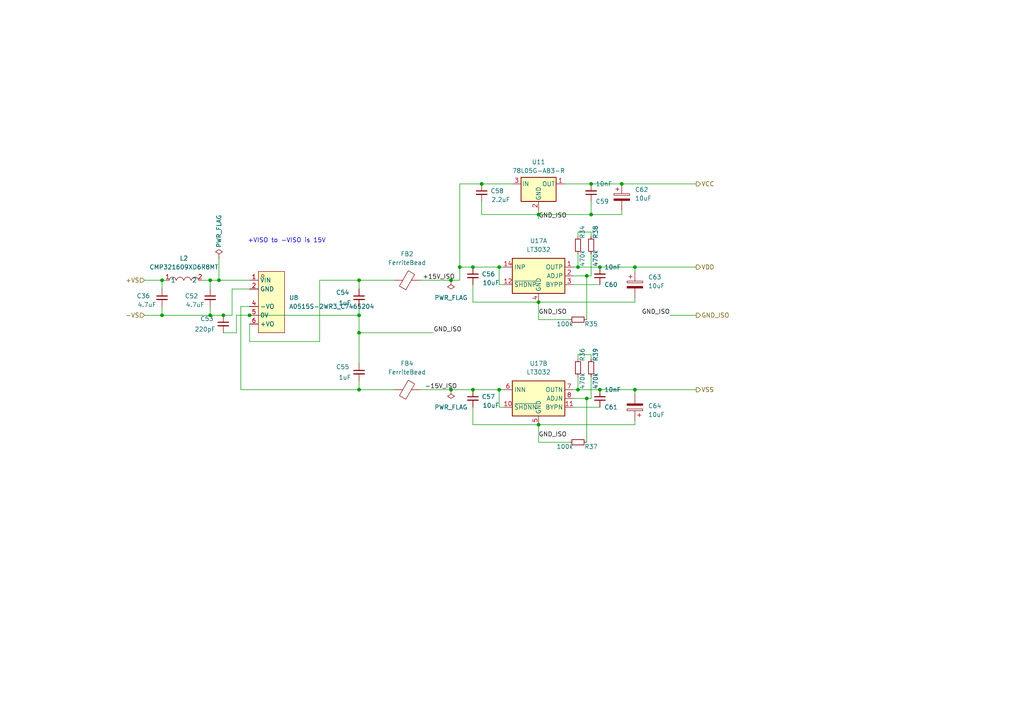
<source format=kicad_sch>
(kicad_sch (version 20250114) (generator "eeschema") (generator_version "9.0")
  (paper "A4")
  (lib_symbols
    (symbol "Device:C_Polarized" (pin_numbers (hide yes)) (pin_names (offset 0.254))
      (property "Reference" "C" (at 0.635 2.54 0))
      (property "Value" "C_Polarized" (at 0.635 -2.54 0))
      (symbol "C_Polarized_0_1"
        (rectangle (start -2.286 0.508) (end 2.286 1.016))
        (polyline (pts (xy -1.778 2.286) (xy -0.762 2.286)))
        (polyline (pts (xy -1.27 2.794) (xy -1.27 1.778)))
        (rectangle (start 2.286 -0.508) (end -2.286 -1.016) (fill (type outline)))
      )
      (symbol "C_Polarized_1_1"
        (pin passive line (at 0 3.81 270) (length 2.794) (name "~") (number "1"))
        (pin passive line (at 0 -3.81 90) (length 2.794) (name "~") (number "2"))
      )
    )
    (symbol "Device:C_Small" (pin_numbers (hide yes)) (pin_names (offset 0.254) (hide yes))
      (property "Reference" "C" (at 0.254 1.778 0))
      (property "Value" "C_Small" (at 0.254 -2.032 0))
      (symbol "C_Small_0_1"
        (polyline (pts (xy -1.524 0.508) (xy 1.524 0.508)) (stroke (width 0.3048)))
        (polyline (pts (xy -1.524 -0.508) (xy 1.524 -0.508)) (stroke (width 0.3302)))
      )
      (symbol "C_Small_1_1"
        (pin passive line (at 0 2.54 270) (length 2.032) (name "~") (number "1"))
        (pin passive line (at 0 -2.54 90) (length 2.032) (name "~") (number "2"))
      )
    )
    (symbol "Device:FerriteBead" (pin_numbers (hide yes)) (pin_names (offset 0))
      (property "Reference" "FB" (at -3.81 0.635 90))
      (property "Value" "FerriteBead" (at 3.81 0 90))
      (symbol "FerriteBead_0_1"
        (polyline (pts (xy -2.7686 0.4064) (xy -1.7018 2.2606) (xy 2.7686 -0.3048) (xy 1.6764 -2.159) (xy -2.7686 0.4064)))
        (polyline (pts (xy 0 1.27) (xy 0 1.2954)))
        (polyline (pts (xy 0 -1.27) (xy 0 -1.2192)))
      )
      (symbol "FerriteBead_1_1"
        (pin passive line (at 0 3.81 270) (length 2.54) (name "~") (number "1"))
        (pin passive line (at 0 -3.81 90) (length 2.54) (name "~") (number "2"))
      )
    )
    (symbol "Device:R_Small" (pin_numbers (hide yes)) (pin_names (offset 0.254) (hide yes))
      (property "Reference" "R" (at 0.762 0.508 0))
      (property "Value" "R_Small" (at 0.762 -1.016 0))
      (symbol "R_Small_0_1"
        (rectangle (start -0.762 1.778) (end 0.762 -1.778) (stroke (width 0.2032)))
      )
      (symbol "R_Small_1_1"
        (pin passive line (at 0 2.54 270) (length 0.762) (name "~") (number "1"))
        (pin passive line (at 0 -2.54 90) (length 0.762) (name "~") (number "2"))
      )
    )
    (symbol "Regulator_Linear:LT3032"
      (property "Reference" "U" (at -6.35 6.35 0))
      (property "Value" "LT3032" (at 1.27 6.35 0))
      (symbol "LT3032_0_1"
        (rectangle (start -7.62 5.08) (end 7.62 -5.08) (stroke (width 0.254)) (fill (type background)))
      )
      (symbol "LT3032_1_1"
        (pin power_in line (at -10.16 2.54 0) (length 2.54) (name "INP") (number "14"))
        (pin input line (at -10.16 -2.54 0) (length 2.54) (name "~{SHDNP}") (number "12"))
        (pin power_in line (at 0 -7.62 90) (length 2.54) (name "GND") (number "4"))
        (pin no_connect line (at 7.62 -5.08 180) (length 2.54) (hide yes) (name "NC") (number "13"))
        (pin power_out line (at 10.16 2.54 180) (length 2.54) (name "OUTP") (number "1"))
        (pin input line (at 10.16 0 180) (length 2.54) (name "ADJP") (number "2"))
        (pin passive line (at 10.16 -2.54 180) (length 2.54) (name "BYPP") (number "3"))
      )
      (symbol "LT3032_2_1"
        (pin power_in line (at -10.16 2.54 0) (length 2.54) (name "INN") (number "6"))
        (pin passive line (at -10.16 2.54 0) (length 2.54) (hide yes) (name "INN") (number "9"))
        (pin input line (at -10.16 -2.54 0) (length 2.54) (name "~{SHDNN}") (number "10"))
        (pin power_in line (at 0 -7.62 90) (length 2.54) (name "GND") (number "5"))
        (pin power_out line (at 10.16 2.54 180) (length 2.54) (name "OUTN") (number "7"))
        (pin input line (at 10.16 0 180) (length 2.54) (name "ADJN") (number "8"))
        (pin passive line (at 10.16 -2.54 180) (length 2.54) (name "BYPN") (number "11"))
      )
    )
    (symbol "Regulator_Linear:MC78L05_SOT89" (pin_names (offset 0.254))
      (property "Reference" "U" (at -3.81 3.175 0))
      (property "Value" "MC78L05_SOT89" (at -0.635 3.175 0))
      (symbol "MC78L05_SOT89_0_1"
        (rectangle (start -5.08 1.905) (end 5.08 -5.08) (stroke (width 0.254)) (fill (type background)))
      )
      (symbol "MC78L05_SOT89_1_1"
        (pin power_in line (at -7.62 0 0) (length 2.54) (name "IN") (number "3"))
        (pin power_in line (at 0 -7.62 90) (length 2.54) (name "GND") (number "2"))
        (pin power_out line (at 7.62 0 180) (length 2.54) (name "OUT") (number "1"))
      )
    )
    (symbol "lcsc:A0515S-2WR3_C7465204"
      (property "Reference" "U" (at 0 12.7 0))
      (property "Value" "A0515S-2WR3_C7465204" (at 0 -10.16 0))
      (symbol "A0515S-2WR3_C7465204_0_1"
        (rectangle (start -2.54 10.16) (end 5.08 -7.62) (fill (type background)))
        (circle (center -1.27 8.89) (radius 0.38))
        (pin unspecified line (at -5.08 7.62 0) (length 2.54) (name "VIN") (number "1"))
        (pin unspecified line (at -5.08 5.08 0) (length 2.54) (name "GND") (number "2"))
        (pin unspecified line (at -5.08 0 0) (length 2.54) (name "-VO") (number "4"))
        (pin unspecified line (at -5.08 -2.54 0) (length 2.54) (name "0V") (number "5"))
        (pin unspecified line (at -5.08 -5.08 0) (length 2.54) (name "+VO") (number "6"))
      )
    )
    (symbol "lcsc:SWPA4030S6R8MT"
      (property "Reference" "L" (at 0 5.08 0))
      (property "Value" "SWPA4030S6R8MT" (at 0 -5.08 0))
      (symbol "SWPA4030S6R8MT_0_1"
        (arc (start -4.29 -0.02) (mid -3.28 0.897) (end -2.27 -0.02))
        (arc (start -2.13 -0.02) (mid -1.12 0.897) (end -0.11 -0.02))
        (arc (start 0.02 -0.02) (mid 1.03 0.897) (end 2.04 -0.02))
        (arc (start 2.21 -0.02) (mid 3.22 0.9048) (end 4.23 -0.02))
        (pin unspecified line (at -5.08 0 0) (length 0.762) (name "1") (number "1"))
        (pin unspecified line (at 5.08 0 180) (length 0.762) (name "2") (number "2"))
      )
    )
    (symbol "power:PWR_FLAG" (power) (pin_numbers (hide yes)) (pin_names (offset 0) (hide yes))
      (property "Value" "PWR_FLAG" (at 0 3.81 0))
      (symbol "PWR_FLAG_0_0"
        (pin power_out line (at 0 0 90) (length 0) (name "~") (number "1"))
      )
      (symbol "PWR_FLAG_0_1"
        (polyline (pts (xy 0 0) (xy 0 1.27) (xy -1.016 1.905) (xy 0 2.54) (xy 1.016 1.905) (xy 0 1.27)))
      )
    )
  )
  (text "+VISO to -VISO is 15V\n" (at 83.185 69.85 0) (effects (font (size 1.27 1.27))))
  (junction (at 130.81 113.03))
  (junction (at 72.39 91.44))
  (junction (at 63.5 81.28))
  (junction (at 167.64 113.03))
  (junction (at 104.14 81.28))
  (junction (at 156.21 123.19))
  (junction (at 64.77 91.44))
  (junction (at 173.99 77.47))
  (junction (at 130.81 81.28))
  (junction (at 46.99 81.28))
  (junction (at 144.78 77.47))
  (junction (at 104.14 91.44))
  (junction (at 139.7 53.34))
  (junction (at 133.35 77.47))
  (junction (at 156.21 87.63))
  (junction (at 104.14 96.52))
  (junction (at 184.15 77.47))
  (junction (at 60.96 81.28))
  (junction (at 167.64 77.47))
  (junction (at 184.15 113.03))
  (junction (at 171.45 53.34))
  (junction (at 170.18 115.57))
  (junction (at 46.99 91.44))
  (junction (at 156.21 62.23))
  (junction (at 170.18 80.01))
  (junction (at 171.45 62.23))
  (junction (at 60.96 91.44))
  (junction (at 104.14 113.03))
  (junction (at 144.78 113.03))
  (junction (at 173.99 113.03))
  (junction (at 137.16 113.03))
  (junction (at 180.34 53.34))
  (junction (at 137.16 77.47))
  (wire (pts (xy 133.35 81.28) (xy 133.35 77.47)))
  (wire (pts (xy 104.14 96.52) (xy 104.14 105.41)))
  (wire (pts (xy 104.14 83.82) (xy 104.14 81.28)))
  (wire (pts (xy 184.15 77.47) (xy 201.93 77.47)))
  (wire (pts (xy 104.14 113.03) (xy 104.14 110.49)))
  (wire (pts (xy 156.21 60.96) (xy 156.21 62.23)))
  (wire (pts (xy 166.37 77.47) (xy 167.64 77.47)))
  (wire (pts (xy 137.16 113.03) (xy 144.78 113.03)))
  (wire (pts (xy 60.96 88.9) (xy 60.96 91.44)))
  (wire (pts (xy 139.7 58.42) (xy 139.7 62.23)))
  (wire (pts (xy 60.96 81.28) (xy 63.5 81.28)))
  (wire (pts (xy 171.45 109.22) (xy 171.45 115.57)))
  (wire (pts (xy 68.58 91.44) (xy 68.58 96.52)))
  (wire (pts (xy 194.31 91.44) (xy 201.93 91.44)))
  (wire (pts (xy 180.34 53.34) (xy 201.93 53.34)))
  (wire (pts (xy 139.7 62.23) (xy 156.21 62.23)))
  (wire (pts (xy 170.18 92.71) (xy 170.18 80.01)))
  (wire (pts (xy 173.99 77.47) (xy 184.15 77.47)))
  (wire (pts (xy 156.21 62.23) (xy 156.21 63.5)))
  (wire (pts (xy 171.45 115.57) (xy 170.18 115.57)))
  (wire (pts (xy 156.21 87.63) (xy 184.15 87.63)))
  (wire (pts (xy 121.92 113.03) (xy 130.81 113.03)))
  (wire (pts (xy 72.39 88.9) (xy 69.85 88.9)))
  (wire (pts (xy 146.05 118.11) (xy 144.78 118.11)))
  (wire (pts (xy 63.5 81.28) (xy 72.39 81.28)))
  (wire (pts (xy 67.31 83.82) (xy 72.39 83.82)))
  (wire (pts (xy 67.31 91.44) (xy 67.31 83.82)))
  (wire (pts (xy 72.39 93.98) (xy 72.39 99.06)))
  (wire (pts (xy 166.37 82.55) (xy 173.99 82.55)))
  (wire (pts (xy 137.16 87.63) (xy 156.21 87.63)))
  (wire (pts (xy 46.99 81.28) (xy 48.26 81.28)))
  (wire (pts (xy 171.45 62.23) (xy 180.34 62.23)))
  (wire (pts (xy 139.7 53.34) (xy 133.35 53.34)))
  (wire (pts (xy 130.81 81.28) (xy 133.35 81.28)))
  (wire (pts (xy 72.39 91.44) (xy 104.14 91.44)))
  (wire (pts (xy 137.16 82.55) (xy 137.16 87.63)))
  (wire (pts (xy 171.45 53.34) (xy 180.34 53.34)))
  (wire (pts (xy 163.83 53.34) (xy 171.45 53.34)))
  (wire (pts (xy 64.77 91.44) (xy 67.31 91.44)))
  (wire (pts (xy 146.05 82.55) (xy 144.78 82.55)))
  (wire (pts (xy 167.64 104.14) (xy 167.64 102.87)))
  (wire (pts (xy 133.35 77.47) (xy 137.16 77.47)))
  (wire (pts (xy 167.64 113.03) (xy 173.99 113.03)))
  (wire (pts (xy 171.45 80.01) (xy 170.18 80.01)))
  (wire (pts (xy 144.78 82.55) (xy 144.78 77.47)))
  (wire (pts (xy 167.64 109.22) (xy 167.64 113.03)))
  (wire (pts (xy 184.15 113.03) (xy 184.15 114.3)))
  (wire (pts (xy 184.15 86.36) (xy 184.15 87.63)))
  (wire (pts (xy 173.99 113.03) (xy 184.15 113.03)))
  (wire (pts (xy 104.14 96.52) (xy 125.73 96.52)))
  (wire (pts (xy 166.37 113.03) (xy 167.64 113.03)))
  (wire (pts (xy 63.5 74.93) (xy 63.5 81.28)))
  (wire (pts (xy 144.78 118.11) (xy 144.78 113.03)))
  (wire (pts (xy 41.91 81.28) (xy 46.99 81.28)))
  (wire (pts (xy 104.14 81.28) (xy 114.3 81.28)))
  (wire (pts (xy 41.91 91.44) (xy 46.99 91.44)))
  (wire (pts (xy 104.14 113.03) (xy 114.3 113.03)))
  (wire (pts (xy 171.45 73.66) (xy 171.45 80.01)))
  (wire (pts (xy 92.71 99.06) (xy 92.71 81.28)))
  (wire (pts (xy 184.15 77.47) (xy 184.15 78.74)))
  (wire (pts (xy 167.64 77.47) (xy 173.99 77.47)))
  (wire (pts (xy 137.16 77.47) (xy 144.78 77.47)))
  (wire (pts (xy 144.78 77.47) (xy 146.05 77.47)))
  (wire (pts (xy 121.92 81.28) (xy 130.81 81.28)))
  (wire (pts (xy 167.64 73.66) (xy 167.64 77.47)))
  (wire (pts (xy 130.81 113.03) (xy 137.16 113.03)))
  (wire (pts (xy 104.14 91.44) (xy 104.14 88.9)))
  (wire (pts (xy 68.58 96.52) (xy 64.77 96.52)))
  (wire (pts (xy 46.99 91.44) (xy 46.99 88.9)))
  (wire (pts (xy 167.64 67.31) (xy 171.45 67.31)))
  (wire (pts (xy 137.16 118.11) (xy 137.16 123.19)))
  (wire (pts (xy 184.15 113.03) (xy 201.93 113.03)))
  (wire (pts (xy 46.99 91.44) (xy 60.96 91.44)))
  (wire (pts (xy 156.21 123.19) (xy 184.15 123.19)))
  (wire (pts (xy 72.39 99.06) (xy 92.71 99.06)))
  (wire (pts (xy 166.37 118.11) (xy 173.99 118.11)))
  (wire (pts (xy 137.16 123.19) (xy 156.21 123.19)))
  (wire (pts (xy 46.99 83.82) (xy 46.99 81.28)))
  (wire (pts (xy 166.37 80.01) (xy 170.18 80.01)))
  (wire (pts (xy 72.39 91.44) (xy 68.58 91.44)))
  (wire (pts (xy 69.85 88.9) (xy 69.85 113.03)))
  (wire (pts (xy 156.21 87.63) (xy 156.21 92.71)))
  (wire (pts (xy 60.96 81.28) (xy 60.96 83.82)))
  (wire (pts (xy 156.21 123.19) (xy 156.21 128.27)))
  (wire (pts (xy 171.45 58.42) (xy 171.45 62.23)))
  (wire (pts (xy 133.35 53.34) (xy 133.35 77.47)))
  (wire (pts (xy 171.45 102.87) (xy 171.45 104.14)))
  (wire (pts (xy 170.18 128.27) (xy 170.18 115.57)))
  (wire (pts (xy 165.1 128.27) (xy 156.21 128.27)))
  (wire (pts (xy 166.37 115.57) (xy 170.18 115.57)))
  (wire (pts (xy 60.96 91.44) (xy 64.77 91.44)))
  (wire (pts (xy 156.21 62.23) (xy 171.45 62.23)))
  (wire (pts (xy 171.45 67.31) (xy 171.45 68.58)))
  (wire (pts (xy 167.64 102.87) (xy 171.45 102.87)))
  (wire (pts (xy 104.14 91.44) (xy 104.14 96.52)))
  (wire (pts (xy 92.71 81.28) (xy 104.14 81.28)))
  (wire (pts (xy 69.85 113.03) (xy 104.14 113.03)))
  (wire (pts (xy 165.1 92.71) (xy 156.21 92.71)))
  (wire (pts (xy 180.34 62.23) (xy 180.34 60.96)))
  (wire (pts (xy 184.15 121.92) (xy 184.15 123.19)))
  (wire (pts (xy 167.64 68.58) (xy 167.64 67.31)))
  (wire (pts (xy 139.7 53.34) (xy 148.59 53.34)))
  (wire (pts (xy 144.78 113.03) (xy 146.05 113.03)))
  (wire (pts (xy 58.42 81.28) (xy 60.96 81.28)))
  (label "-15V_ISO" (at 123.19 113.03 0))
  (label "GND_ISO" (at 156.21 127 0))
  (label "GND_ISO" (at 125.73 96.52 0))
  (label "GND_ISO" (at 156.21 91.44 0))
  (label "GND_ISO" (at 194.31 91.44 180))
  (label "GND_ISO" (at 156.21 63.5 0))
  (label "+15V_ISO" (at 122.555 81.28 0))
  (hierarchical_label "VSS" (shape output) (at 201.93 113.03 0))
  (hierarchical_label "-VS" (shape input) (at 41.91 91.44 180))
  (hierarchical_label "VCC" (shape output) (at 201.93 53.34 0))
  (hierarchical_label "VDD" (shape output) (at 201.93 77.47 0))
  (hierarchical_label "+VS" (shape input) (at 41.91 81.28 180))
  (hierarchical_label "GND_ISO" (shape output) (at 201.93 91.44 0))
  (symbol (lib_id "lcsc:A0515S-2WR3_C7465204") (at 77.47 88.9 0) (unit 1)
    (property "Reference" "U5" (at 83.82 86.3599 0) (effects (justify left)))
    (property "Value" "A0515S-2WR3_C7465204" (at 83.82 88.8999 0) (effects (justify left)))
    (property "Footprint" "lcsc:PWRM-TH_AXXXXS-2WR3" (effects (hide yes)))
    (property "LCSC Part" "C7465204" (effects (hide yes)))
    (instances (project "Brick03-VoltageSource02" (path "" (reference "U8") (unit 1)) (path "" (reference "U25") (unit 1)) (path "" (reference "U5") (unit 1)) (path "" (reference "U35") (unit 1))))
  )
  (symbol (lib_id "Device:R_Small") (at 167.64 106.68 0) (unit 1)
    (property "Reference" "R21" (at 168.91 102.87 90))
    (property "Value" "470k" (at 168.91 110.49 90))
    (property "Footprint" "Resistor_SMD:R_0402_1005Metric" (effects (hide yes)))
    (property "Description" "Resistor, small symbol" (effects (hide yes)))
    (property "LCSC" "C25790" (effects (hide yes)))
    (instances (project "Brick03-VoltageSource02" (path "" (reference "R36") (unit 1)) (path "" (reference "R51") (unit 1)) (path "" (reference "R21") (unit 1)) (path "" (reference "R66") (unit 1))))
  )
  (symbol (lib_id "Device:C_Polarized") (at 184.15 82.55 0) (unit 1)
    (property "Reference" "C44" (at 187.96 80.3909 0) (effects (justify left)))
    (property "Value" "10uF" (at 187.96 82.9309 0) (effects (justify left)))
    (property "Footprint" "Capacitor_Tantalum_SMD:CP_EIA-3216-18_Kemet-A" (effects (hide yes)))
    (property "Description" "TAJA106K016RNJ 10uF 16V 3Ω@100kHz ±10% CASE-A-3216-18(mm) Tantalum Capacitors ROHS" (effects (hide yes)))
    (property "LCSC" "C7171" (effects (hide yes)))
    (instances (project "Brick03-VoltageSource02" (path "" (reference "C63") (unit 1)) (path "" (reference "C92") (unit 1)) (path "" (reference "C44") (unit 1)) (path "" (reference "C121") (unit 1))))
  )
  (symbol (lib_id "Device:R_Small") (at 167.64 128.27 270) (unit 1)
    (property "Reference" "R22" (at 171.45 129.54 90))
    (property "Value" "100k" (at 163.83 129.54 90))
    (property "Footprint" "Resistor_SMD:R_0402_1005Metric" (effects (hide yes)))
    (property "Description" "Resistor, small symbol" (effects (hide yes)))
    (property "LCSC" "C25741" (effects (hide yes)))
    (instances (project "Brick03-VoltageSource02" (path "" (reference "R37") (unit 1)) (path "" (reference "R52") (unit 1)) (path "" (reference "R22") (unit 1)) (path "" (reference "R67") (unit 1))))
  )
  (symbol (lib_id "Device:C_Small") (at 64.77 93.98 0) (mirror y) (unit 1)
    (property "Reference" "C24" (at 61.976 92.456 0) (effects (justify left)))
    (property "Value" "220pF" (at 62.484 95.504 0) (effects (justify left)))
    (property "Footprint" "Capacitor_SMD:C_1206_3216Metric" (effects (hide yes)))
    (property "Description" "2kV 220pF X7R ±10% 1206  Multilayer Ceramic Capacitors MLCC - SMD/SMT ROHS" (effects (hide yes)))
    (property "LCSC" "C63848" (effects (hide yes)))
    (instances (project "Brick03-VoltageSource02" (path "" (reference "C53") (unit 1)) (path "" (reference "C82") (unit 1)) (path "" (reference "C24") (unit 1)) (path "" (reference "C111") (unit 1))))
  )
  (symbol (lib_id "lcsc:SWPA4030S6R8MT") (at 53.34 81.28 0) (unit 1)
    (property "Reference" "L1" (at 53.34 74.93 0))
    (property "Value" "CMP321609XD6R8MT" (at 53.34 77.47 0))
    (property "Footprint" "Inductor_SMD:L_1206_3216Metric" (effects (hide yes)))
    (property "Datasheet" "https://jlcpcb.com/partdetail/375447-CMP321609XD6R8MT/C395031" (effects (hide yes)))
    (property "Description" "500mA 6.8uH ±20% 450mΩ 1206 Inductors (SMD) ROHS" (effects (hide yes)))
    (property "LCSC Part" "C395031" (effects (hide yes)))
    (instances (project "Brick03-VoltageSource02" (path "" (reference "L2") (unit 1)) (path "" (reference "L3") (unit 1)) (path "" (reference "L1") (unit 1)) (path "" (reference "L4") (unit 1))))
  )
  (symbol (lib_id "Device:FerriteBead") (at 118.11 81.28 90) (unit 1)
    (property "Reference" "FB1" (at 118.0592 73.66 90))
    (property "Value" "FerriteBead" (at 118.0592 76.2 90))
    (property "Footprint" "Inductor_SMD:L_0805_2012Metric" (effects (hide yes)))
    (property "Description" "Ferrite bead GZ2012D601TF 300mΩ ±25% 600Ω@100MHz 0805 Ferrite Beads ROHS" (effects (hide yes)))
    (property "LCSC" "C1017" (effects (hide yes)))
    (instances (project "Brick03-VoltageSource02" (path "" (reference "FB2") (unit 1)) (path "" (reference "FB5") (unit 1)) (path "" (reference "FB1") (unit 1)) (path "" (reference "FB7") (unit 1))))
  )
  (symbol (lib_id "Device:C_Small") (at 171.45 55.88 0) (mirror x) (unit 1)
    (property "Reference" "C37" (at 172.72 58.4201 0) (effects (justify left)))
    (property "Value" "10nF" (at 172.72 53.3401 0) (effects (justify left)))
    (property "Footprint" "Capacitor_SMD:C_0402_1005Metric" (effects (hide yes)))
    (property "Description" "Unpolarized capacitor, small symbol" (effects (hide yes)))
    (property "LCSC" "C1518210" (effects (hide yes)))
    (instances (project "Brick03-VoltageSource02" (path "" (reference "C59") (unit 1)) (path "" (reference "C88") (unit 1)) (path "" (reference "C37") (unit 1)) (path "" (reference "C117") (unit 1))))
  )
  (symbol (lib_id "Device:R_Small") (at 167.64 92.71 270) (unit 1)
    (property "Reference" "R17" (at 171.45 93.98 90))
    (property "Value" "100k" (at 163.83 93.98 90))
    (property "Footprint" "Resistor_SMD:R_0402_1005Metric" (effects (hide yes)))
    (property "Description" "Resistor, small symbol" (effects (hide yes)))
    (property "LCSC" "C25741" (effects (hide yes)))
    (instances (project "Brick03-VoltageSource02" (path "" (reference "R35") (unit 1)) (path "" (reference "R50") (unit 1)) (path "" (reference "R17") (unit 1)) (path "" (reference "R65") (unit 1))))
  )
  (symbol (lib_id "Device:C_Small") (at 104.14 86.36 0) (mirror y) (unit 1)
    (property "Reference" "C23" (at 101.346 84.836 0) (effects (justify left)))
    (property "Value" "1uF" (at 101.854 87.884 0) (effects (justify left)))
    (property "Footprint" "Capacitor_SMD:C_0402_1005Metric" (effects (hide yes)))
    (property "Description" "Unpolarized capacitor, small symbol" (effects (hide yes)))
    (property "LCSC" "C52923" (effects (hide yes)))
    (instances (project "Brick03-VoltageSource02" (path "" (reference "C54") (unit 1)) (path "" (reference "C83") (unit 1)) (path "" (reference "C23") (unit 1)) (path "" (reference "C112") (unit 1))))
  )
  (symbol (lib_id "Device:C_Small") (at 46.99 86.36 0) (unit 1)
    (property "Reference" "C21" (at 39.624 85.852 0) (effects (justify left)))
    (property "Value" "4.7uF" (at 39.878 88.392 0) (effects (justify left)))
    (property "Footprint" "Capacitor_SMD:C_0805_2012Metric" (effects (hide yes)))
    (property "Description" "Unpolarized capacitor, small symbol" (effects (hide yes)))
    (property "LCSC" "C1779" (effects (hide yes)))
    (instances (project "Brick03-VoltageSource02" (path "" (reference "C36") (unit 1)) (path "" (reference "C80") (unit 1)) (path "" (reference "C21") (unit 1)) (path "" (reference "C109") (unit 1))))
  )
  (symbol (lib_id "Device:C_Small") (at 173.99 115.57 0) (mirror x) (unit 1)
    (property "Reference" "C29" (at 175.26 118.1101 0) (effects (justify left)))
    (property "Value" "10nF" (at 175.26 113.0301 0) (effects (justify left)))
    (property "Footprint" "Capacitor_SMD:C_0402_1005Metric" (effects (hide yes)))
    (property "Description" "Unpolarized capacitor, small symbol" (effects (hide yes)))
    (property "LCSC" "C1518210" (effects (hide yes)))
    (instances (project "Brick03-VoltageSource02" (path "" (reference "C61") (unit 1)) (path "" (reference "C90") (unit 1)) (path "" (reference "C29") (unit 1)) (path "" (reference "C119") (unit 1))))
  )
  (symbol (lib_id "Device:C_Polarized") (at 184.15 118.11 180) (unit 1)
    (property "Reference" "C43" (at 187.96 117.7289 0) (effects (justify right)))
    (property "Value" "10uF" (at 187.96 120.2689 0) (effects (justify right)))
    (property "Footprint" "Capacitor_Tantalum_SMD:CP_EIA-3216-18_Kemet-A" (effects (hide yes)))
    (property "Description" "TAJA106K016RNJ 10uF 16V 3Ω@100kHz ±10% CASE-A-3216-18(mm) Tantalum Capacitors ROHS" (effects (hide yes)))
    (property "LCSC" "C7171" (effects (hide yes)))
    (instances (project "Brick03-VoltageSource02" (path "" (reference "C64") (unit 1)) (path "" (reference "C93") (unit 1)) (path "" (reference "C43") (unit 1)) (path "" (reference "C122") (unit 1))))
  )
  (symbol (lib_id "Device:C_Small") (at 139.7 55.88 0) (unit 1)
    (property "Reference" "C48" (at 142.24 55.372 0) (effects (justify left)))
    (property "Value" "2.2uF" (at 142.494 57.912 0) (effects (justify left)))
    (property "Footprint" "Capacitor_SMD:C_0805_2012Metric" (effects (hide yes)))
    (property "Description" "Unpolarized capacitor, small symbol" (effects (hide yes)))
    (property "LCSC" "C377773" (effects (hide yes)))
    (instances (project "Brick03-VoltageSource02" (path "" (reference "C58") (unit 1)) (path "" (reference "C87") (unit 1)) (path "" (reference "C48") (unit 1)) (path "" (reference "C116") (unit 1))))
  )
  (symbol (lib_id "Device:C_Small") (at 137.16 80.01 0) (unit 1)
    (property "Reference" "C42" (at 139.7 79.502 0) (effects (justify left)))
    (property "Value" "10uF" (at 139.954 82.042 0) (effects (justify left)))
    (property "Footprint" "Capacitor_SMD:C_0805_2012Metric" (effects (hide yes)))
    (property "Description" "Unpolarized capacitor, small symbol" (effects (hide yes)))
    (property "LCSC" "C440198" (effects (hide yes)))
    (instances (project "Brick03-VoltageSource02" (path "" (reference "C56") (unit 1)) (path "" (reference "C85") (unit 1)) (path "" (reference "C42") (unit 1)) (path "" (reference "C114") (unit 1))))
  )
  (symbol (lib_id "Device:R_Small") (at 167.64 71.12 0) (unit 1)
    (property "Reference" "R18" (at 168.91 67.31 90))
    (property "Value" "470k" (at 168.91 74.93 90))
    (property "Footprint" "Resistor_SMD:R_0402_1005Metric" (effects (hide yes)))
    (property "Description" "Resistor, small symbol" (effects (hide yes)))
    (property "LCSC" "C25790" (effects (hide yes)))
    (instances (project "Brick03-VoltageSource02" (path "" (reference "R34") (unit 1)) (path "" (reference "R49") (unit 1)) (path "" (reference "R18") (unit 1)) (path "" (reference "R64") (unit 1))))
  )
  (symbol (lib_id "Device:C_Small") (at 104.14 107.95 0) (mirror y) (unit 1)
    (property "Reference" "C25" (at 101.346 106.426 0) (effects (justify left)))
    (property "Value" "1uF" (at 101.854 109.474 0) (effects (justify left)))
    (property "Footprint" "Capacitor_SMD:C_0402_1005Metric" (effects (hide yes)))
    (property "Description" "Unpolarized capacitor, small symbol" (effects (hide yes)))
    (property "LCSC" "C52923" (effects (hide yes)))
    (instances (project "Brick03-VoltageSource02" (path "" (reference "C55") (unit 1)) (path "" (reference "C84") (unit 1)) (path "" (reference "C25") (unit 1)) (path "" (reference "C113") (unit 1))))
  )
  (symbol (lib_id "Regulator_Linear:MC78L05_SOT89") (at 156.21 53.34 0) (unit 1)
    (property "Reference" "U9" (at 156.21 46.99 0))
    (property "Value" "78L05G-AB3-R" (at 156.21 49.53 0))
    (property "Footprint" "Package_TO_SOT_SMD:SOT-89-3" (effects (hide yes)))
    (property "Datasheet" "https://www.onsemi.com/pub/Collateral/MC78L00A-D.PDF" (effects (hide yes)))
    (property "Description" "Positive 100mA 30V Linear Regulator, Fixed Output 5V, SOT-89" (effects (hide yes)))
    (property "LCSC" "C71136" (effects (hide yes)))
    (instances (project "Brick03-VoltageSource02" (path "" (reference "U11") (unit 1)) (path "" (reference "U26") (unit 1)) (path "" (reference "U9") (unit 1)) (path "" (reference "U36") (unit 1))))
  )
  (symbol (lib_id "Device:C_Small") (at 137.16 115.57 0) (unit 1)
    (property "Reference" "C35" (at 139.7 115.062 0) (effects (justify left)))
    (property "Value" "10uF" (at 139.954 117.602 0) (effects (justify left)))
    (property "Footprint" "Capacitor_SMD:C_0805_2012Metric" (effects (hide yes)))
    (property "Description" "Unpolarized capacitor, small symbol" (effects (hide yes)))
    (property "LCSC" "C440198" (effects (hide yes)))
    (instances (project "Brick03-VoltageSource02" (path "" (reference "C57") (unit 1)) (path "" (reference "C86") (unit 1)) (path "" (reference "C35") (unit 1)) (path "" (reference "C115") (unit 1))))
  )
  (symbol (lib_id "power:PWR_FLAG") (at 130.81 81.28 180) (unit 1)
    (property "Reference" "#FLG024" (effects (hide yes)))
    (property "Value" "PWR_FLAG" (at 130.81 86.36 0))
    (property "Description" "Special symbol for telling ERC where power comes from" (effects (hide yes)))
    (instances (project "" (path "" (reference "#FLG025") (unit 1)) (path "" (reference "#FLG026") (unit 1)) (path "" (reference "#FLG024") (unit 1)) (path "" (reference "#FLG027") (unit 1))))
  )
  (symbol (lib_id "Regulator_Linear:LT3032") (at 156.21 115.57 0) (unit 2)
    (property "Reference" "U6" (at 156.21 105.41 0))
    (property "Value" "LT3032" (at 156.21 107.95 0))
    (property "Footprint" "Package_DFN_QFN:Linear_DE14MA" (effects (hide yes)))
    (property "Datasheet" "https://www.analog.com/media/en/technical-documentation/data-sheets/3032ff.pdf" (effects (hide yes)))
    (property "Description" "150mA, Dual Low Dropout Linear Regulator, Positive/Negative Low Noise, Adjustable Output, DFN-14" (effects (hide yes)))
    (property "LCSC" "C666532" (effects (hide yes)))
    (instances (project "Brick03-VoltageSource02" (path "" (reference "U17") (unit 2)) (path "" (reference "U27") (unit 2)) (path "" (reference "U6") (unit 2)) (path "" (reference "U37") (unit 2))))
  )
  (symbol (lib_id "power:PWR_FLAG") (at 63.5 74.93 0) (unit 1)
    (property "Reference" "#FLG023" (effects (hide yes)))
    (property "Value" "PWR_FLAG" (at 63.5 71.882 90) (effects (justify left)))
    (property "Description" "Special symbol for telling ERC where power comes from" (effects (hide yes)))
    (instances (project "Brick03-VoltageSource02" (path "" (reference "#FLG01") (unit 1)) (path "" (reference "#FLG012") (unit 1)) (path "" (reference "#FLG023") (unit 1)) (path "" (reference "#FLG017") (unit 1))))
  )
  (symbol (lib_id "Device:C_Small") (at 60.96 86.36 0) (unit 1)
    (property "Reference" "C22" (at 53.594 85.852 0) (effects (justify left)))
    (property "Value" "4.7uF" (at 53.848 88.392 0) (effects (justify left)))
    (property "Footprint" "Capacitor_SMD:C_0805_2012Metric" (effects (hide yes)))
    (property "Description" "Unpolarized capacitor, small symbol" (effects (hide yes)))
    (property "LCSC" "C1779" (effects (hide yes)))
    (instances (project "Brick03-VoltageSource02" (path "" (reference "C52") (unit 1)) (path "" (reference "C81") (unit 1)) (path "" (reference "C22") (unit 1)) (path "" (reference "C110") (unit 1))))
  )
  (symbol (lib_id "Device:R_Small") (at 171.45 106.68 0) (unit 1)
    (property "Reference" "R23" (at 172.72 102.87 90))
    (property "Value" "470k" (at 172.72 110.49 90))
    (property "Footprint" "Resistor_SMD:R_0402_1005Metric" (effects (hide yes)))
    (property "Description" "Resistor, small symbol" (effects (hide yes)))
    (property "LCSC" "C25790" (effects (hide yes)))
    (instances (project "Brick03-VoltageSource02" (path "" (reference "R39") (unit 1)) (path "" (reference "R54") (unit 1)) (path "" (reference "R23") (unit 1)) (path "" (reference "R69") (unit 1))))
  )
  (symbol (lib_id "Device:C_Polarized") (at 180.34 57.15 0) (unit 1)
    (property "Reference" "C46" (at 184.15 54.9909 0) (effects (justify left)))
    (property "Value" "10uF" (at 184.15 57.5309 0) (effects (justify left)))
    (property "Footprint" "Capacitor_Tantalum_SMD:CP_EIA-3216-18_Kemet-A" (effects (hide yes)))
    (property "Description" "TAJA106K016RNJ 10uF 16V 3Ω@100kHz ±10% CASE-A-3216-18(mm) Tantalum Capacitors ROHS" (effects (hide yes)))
    (property "LCSC" "C7171" (effects (hide yes)))
    (instances (project "Brick03-VoltageSource02" (path "" (reference "C62") (unit 1)) (path "" (reference "C91") (unit 1)) (path "" (reference "C46") (unit 1)) (path "" (reference "C120") (unit 1))))
  )
  (symbol (lib_id "power:PWR_FLAG") (at 130.81 113.03 180) (unit 1)
    (property "Reference" "#FLG028" (effects (hide yes)))
    (property "Value" "PWR_FLAG" (at 130.81 118.11 0))
    (property "Description" "Special symbol for telling ERC where power comes from" (effects (hide yes)))
    (instances (project "Brick03-VoltageSource02" (path "" (reference "#FLG029") (unit 1)) (path "" (reference "#FLG030") (unit 1)) (path "" (reference "#FLG028") (unit 1)) (path "" (reference "#FLG031") (unit 1))))
  )
  (symbol (lib_id "Device:FerriteBead") (at 118.11 113.03 90) (unit 1)
    (property "Reference" "FB3" (at 118.0592 105.41 90))
    (property "Value" "FerriteBead" (at 118.0592 107.95 90))
    (property "Footprint" "Inductor_SMD:L_0805_2012Metric" (effects (hide yes)))
    (property "Description" "Ferrite bead GZ2012D601TF 300mΩ ±25% 600Ω@100MHz 0805 Ferrite Beads ROHS" (effects (hide yes)))
    (property "LCSC" "C1017" (effects (hide yes)))
    (instances (project "Brick03-VoltageSource02" (path "" (reference "FB4") (unit 1)) (path "" (reference "FB6") (unit 1)) (path "" (reference "FB3") (unit 1)) (path "" (reference "FB8") (unit 1))))
  )
  (symbol (lib_id "Device:R_Small") (at 171.45 71.12 0) (unit 1)
    (property "Reference" "R19" (at 172.72 67.31 90))
    (property "Value" "470k" (at 172.72 74.93 90))
    (property "Footprint" "Resistor_SMD:R_0402_1005Metric" (effects (hide yes)))
    (property "Description" "Resistor, small symbol" (effects (hide yes)))
    (property "LCSC" "C25790" (effects (hide yes)))
    (instances (project "Brick03-VoltageSource02" (path "" (reference "R38") (unit 1)) (path "" (reference "R53") (unit 1)) (path "" (reference "R19") (unit 1)) (path "" (reference "R68") (unit 1))))
  )
  (symbol (lib_id "Regulator_Linear:LT3032") (at 156.21 80.01 0) (unit 1)
    (property "Reference" "U6" (at 156.21 69.85 0))
    (property "Value" "LT3032" (at 156.21 72.39 0))
    (property "Footprint" "Package_DFN_QFN:Linear_DE14MA" (effects (hide yes)))
    (property "Datasheet" "https://www.analog.com/media/en/technical-documentation/data-sheets/3032ff.pdf" (effects (hide yes)))
    (property "Description" "150mA, Dual Low Dropout Linear Regulator, Positive/Negative Low Noise, Adjustable Output, DFN-14" (effects (hide yes)))
    (property "LCSC" "C666532" (effects (hide yes)))
    (instances (project "Brick03-VoltageSource02" (path "" (reference "U17") (unit 1)) (path "" (reference "U27") (unit 1)) (path "" (reference "U6") (unit 1)) (path "" (reference "U37") (unit 1))))
  )
  (symbol (lib_id "Device:C_Small") (at 173.99 80.01 0) (mirror x) (unit 1)
    (property "Reference" "C33" (at 175.26 82.5501 0) (effects (justify left)))
    (property "Value" "10nF" (at 175.26 77.4701 0) (effects (justify left)))
    (property "Footprint" "Capacitor_SMD:C_0402_1005Metric" (effects (hide yes)))
    (property "Description" "Unpolarized capacitor, small symbol" (effects (hide yes)))
    (property "LCSC" "C1518210" (effects (hide yes)))
    (instances (project "Brick03-VoltageSource02" (path "" (reference "C60") (unit 1)) (path "" (reference "C89") (unit 1)) (path "" (reference "C33") (unit 1)) (path "" (reference "C118") (unit 1))))
  )
)
</source>
